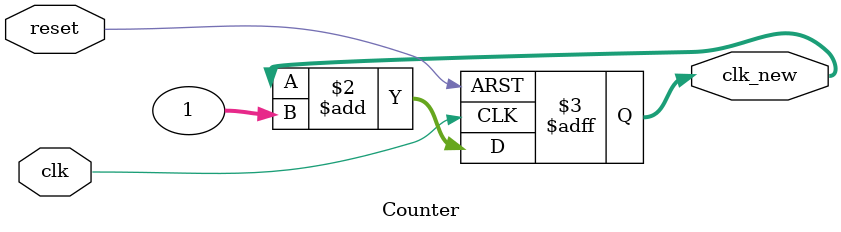
<source format=v>
`timescale 1ns / 1ps
module Counter(
	input clk,
	input reset,
	output reg [31:0] clk_new
    );
	 
	 always @(posedge clk or posedge reset)
		begin
			if(reset)
				begin
					clk_new <= 32'b0;
				end
			else
				begin
					clk_new <= clk_new + 1;
				end
		end

endmodule

</source>
